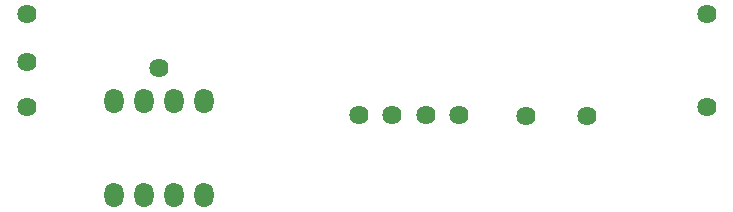
<source format=gbs>
G04 Layer: BottomSolderMaskLayer*
G04 EasyEDA Pro v2.2.45.4, 2025-12-20 17:50:56*
G04 Gerber Generator version 0.3*
G04 Scale: 100 percent, Rotated: No, Reflected: No*
G04 Dimensions in millimeters*
G04 Leading zeros omitted, absolute positions, 4 integers and 5 decimals*
G04 Generated by one-click*
%FSLAX45Y45*%
%MOMM*%
%ADD10C,1.6256*%
%ADD11O,1.6256X2.1016*%
%ADD12C,0.5691*%
G75*


G04 Pad Start*
G54D10*
G01X1435100Y-698500D03*
G01X1435100Y-1485900D03*
G01X-4318000Y-698500D03*
G01X-4318000Y-1485900D03*
G01X-3200400Y-1155700D03*
G01X419100Y-1562100D03*
G01X-660400Y-1549400D03*
G01X-90736Y-1557487D03*
G01X-4318000Y-1104900D03*
G01X-944033Y-1549730D03*
G01X-1227667Y-1549730D03*
G01X-1511300Y-1549400D03*
G54D11*
G01X-3581400Y-2223795D03*
G01X-3581400Y-1433805D03*
G01X-3327400Y-2223795D03*
G01X-3327400Y-1433805D03*
G01X-3073400Y-2223795D03*
G01X-3073400Y-1433805D03*
G01X-2819400Y-2223795D03*
G01X-2819400Y-1433805D03*
G04 Pad End*

M02*


</source>
